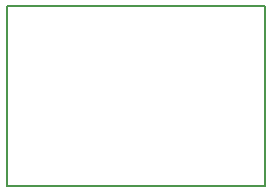
<source format=gm1>
G04 #@! TF.FileFunction,Profile,NP*
%FSLAX46Y46*%
G04 Gerber Fmt 4.6, Leading zero omitted, Abs format (unit mm)*
G04 Created by KiCad (PCBNEW 4.0.4+e1-6308~48~ubuntu16.04.1-stable) date Mon Dec 19 21:24:52 2016*
%MOMM*%
%LPD*%
G01*
G04 APERTURE LIST*
%ADD10C,0.100000*%
%ADD11C,0.150000*%
G04 APERTURE END LIST*
D10*
D11*
X21804000Y-30000D02*
X21804000Y15210000D01*
X21804000Y-30000D02*
X-40000Y-30000D01*
X-40000Y15210000D02*
X21804000Y15210000D01*
X-40000Y-30000D02*
X-40000Y15210000D01*
M02*

</source>
